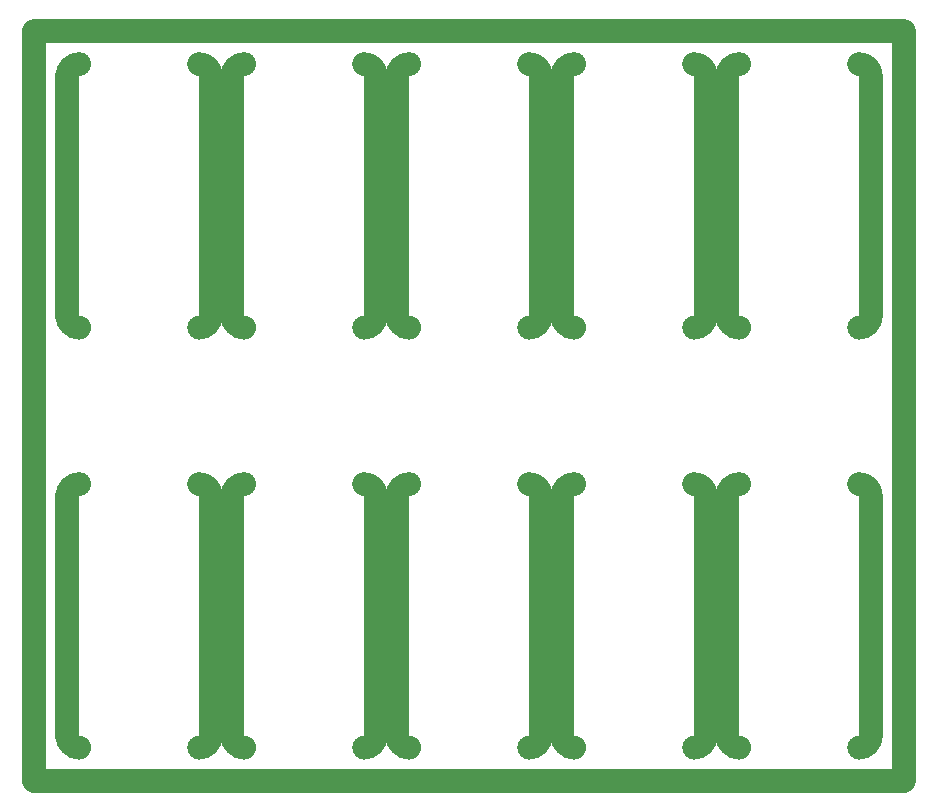
<source format=gbr>
%TF.GenerationSoftware,Altium Limited,Altium Designer,21.6.4 (81)*%
G04 Layer_Color=8388736*
%FSLAX26Y26*%
%MOIN*%
%TF.SameCoordinates,5FA90F47-3B47-4036-B415-51D33840892C*%
%TF.FilePolarity,Positive*%
%TF.FileFunction,Other,Route_Tool_Path*%
%TF.Part,CustomerPanel*%
G01*
G75*
%TA.AperFunction,NonConductor*%
%ADD26C,0.078740*%
%ADD27C,0.078740*%
D26*
X1110629Y1125000D02*
G03*
X1150000Y1085629I39371J0D01*
G01*
X1110629Y1125000D02*
G03*
X1150000Y1085629I39371J0D01*
G01*
X1110629Y1125000D02*
Y1925000D01*
X1150000Y1964371D02*
G03*
X1110629Y1925000I0J-39371D01*
G01*
X1150000Y1964371D02*
G03*
X1110629Y1925000I0J-39371D01*
G01*
X1589371D02*
G03*
X1550000Y1964371I-39371J0D01*
G01*
X1589371Y1925000D02*
G03*
X1550000Y1964371I-39371J0D01*
G01*
X1589371Y1925000D02*
Y1125000D01*
X1550000Y1085629D02*
G03*
X1589371Y1125000I0J39371D01*
G01*
X1550000Y1085629D02*
G03*
X1589371Y1125000I0J39371D01*
G01*
X1660629D02*
G03*
X1700000Y1085629I39371J0D01*
G01*
X1660629Y1125000D02*
G03*
X1700000Y1085629I39371J0D01*
G01*
X1660629Y1125000D02*
Y1925000D01*
X1700000Y1964371D02*
G03*
X1660629Y1925000I0J-39371D01*
G01*
X1700000Y1964371D02*
G03*
X1660629Y1925000I0J-39371D01*
G01*
X2139371D02*
G03*
X2100000Y1964371I-39371J0D01*
G01*
X2139371Y1925000D02*
G03*
X2100000Y1964371I-39371J0D01*
G01*
X2139371Y1925000D02*
Y1125000D01*
X2100000Y1085629D02*
G03*
X2139371Y1125000I0J39371D01*
G01*
X2100000Y1085629D02*
G03*
X2139371Y1125000I0J39371D01*
G01*
X2210629D02*
G03*
X2250000Y1085629I39371J0D01*
G01*
X2210629Y1125000D02*
G03*
X2250000Y1085629I39371J0D01*
G01*
X2210629Y1125000D02*
Y1925000D01*
X2250000Y1964371D02*
G03*
X2210629Y1925000I0J-39371D01*
G01*
X2250000Y1964371D02*
G03*
X2210629Y1925000I0J-39371D01*
G01*
X2689371D02*
G03*
X2650000Y1964371I-39371J0D01*
G01*
X2689371Y1925000D02*
G03*
X2650000Y1964371I-39371J0D01*
G01*
X2689371Y1925000D02*
Y1125000D01*
X2650000Y1085629D02*
G03*
X2689371Y1125000I0J39371D01*
G01*
X2650000Y1085629D02*
G03*
X2689371Y1125000I0J39371D01*
G01*
X2760629D02*
G03*
X2800000Y1085629I39371J0D01*
G01*
X2760629Y1125000D02*
G03*
X2800000Y1085629I39371J0D01*
G01*
X2760629Y1125000D02*
Y1925000D01*
X2800000Y1964371D02*
G03*
X2760629Y1925000I0J-39371D01*
G01*
X2800000Y1964371D02*
G03*
X2760629Y1925000I0J-39371D01*
G01*
X3239371D02*
G03*
X3200000Y1964371I-39371J0D01*
G01*
X3239371Y1925000D02*
G03*
X3200000Y1964371I-39371J0D01*
G01*
X3239371Y1925000D02*
Y1125000D01*
X3200000Y1085629D02*
G03*
X3239371Y1125000I0J39371D01*
G01*
X3200000Y1085629D02*
G03*
X3239371Y1125000I0J39371D01*
G01*
X3310629D02*
G03*
X3350000Y1085629I39371J0D01*
G01*
X3310629Y1125000D02*
G03*
X3350000Y1085629I39371J0D01*
G01*
X3310629Y1125000D02*
Y1925000D01*
X3350000Y1964371D02*
G03*
X3310629Y1925000I0J-39371D01*
G01*
X3350000Y1964371D02*
G03*
X3310629Y1925000I0J-39371D01*
G01*
X3789371D02*
G03*
X3750000Y1964371I-39371J0D01*
G01*
X3789371Y1925000D02*
G03*
X3750000Y1964371I-39371J0D01*
G01*
X3789371Y1925000D02*
Y1125000D01*
X3750000Y1085629D02*
G03*
X3789371Y1125000I0J39371D01*
G01*
X3750000Y1085629D02*
G03*
X3789371Y1125000I0J39371D01*
G01*
X3750000Y2485629D02*
G03*
X3789371Y2525000I0J39371D01*
G01*
Y3325000D01*
D02*
G03*
X3750000Y3364371I-39371J0D01*
G01*
X3789371Y3325000D02*
G03*
X3750000Y3364371I-39371J0D01*
G01*
X3350000D02*
G03*
X3310629Y3325000I0J-39371D01*
G01*
X3350000Y3364371D02*
G03*
X3310629Y3325000I0J-39371D01*
G01*
Y2525000D01*
D02*
G03*
X3350000Y2485629I39371J0D01*
G01*
X3310629Y2525000D02*
G03*
X3350000Y2485629I39371J0D01*
G01*
X3239371Y2525000D02*
Y3325000D01*
D02*
G03*
X3200000Y3364371I-39371J0D01*
G01*
X3239371Y3325000D02*
G03*
X3200000Y3364371I-39371J0D01*
G01*
X2800000D02*
G03*
X2760629Y3325000I0J-39371D01*
G01*
X2800000Y3364371D02*
G03*
X2760629Y3325000I0J-39371D01*
G01*
Y2525000D01*
D02*
G03*
X2800000Y2485629I39371J0D01*
G01*
X2760629Y2525000D02*
G03*
X2800000Y2485629I39371J0D01*
G01*
X2689371Y2525000D02*
Y3325000D01*
D02*
G03*
X2650000Y3364371I-39371J0D01*
G01*
X2689371Y3325000D02*
G03*
X2650000Y3364371I-39371J0D01*
G01*
X2250000D02*
G03*
X2210629Y3325000I0J-39371D01*
G01*
X2250000Y3364371D02*
G03*
X2210629Y3325000I0J-39371D01*
G01*
Y2525000D01*
D02*
G03*
X2250000Y2485629I39371J0D01*
G01*
X2210629Y2525000D02*
G03*
X2250000Y2485629I39371J0D01*
G01*
X2139371Y2525000D02*
Y3325000D01*
D02*
G03*
X2100000Y3364371I-39371J0D01*
G01*
X2139371Y3325000D02*
G03*
X2100000Y3364371I-39371J0D01*
G01*
X1700000D02*
G03*
X1660629Y3325000I0J-39371D01*
G01*
X1700000Y3364371D02*
G03*
X1660629Y3325000I0J-39371D01*
G01*
Y2525000D01*
D02*
G03*
X1700000Y2485629I39371J0D01*
G01*
X1660629Y2525000D02*
G03*
X1700000Y2485629I39371J0D01*
G01*
X1589371Y2525000D02*
Y3325000D01*
D02*
G03*
X1550000Y3364371I-39371J0D01*
G01*
X1589371Y3325000D02*
G03*
X1550000Y3364371I-39371J0D01*
G01*
X1150000D02*
G03*
X1110629Y3325000I0J-39371D01*
G01*
X1150000Y3364371D02*
G03*
X1110629Y3325000I0J-39371D01*
G01*
Y2525000D01*
D02*
G03*
X1150000Y2485629I39371J0D01*
G01*
X1110629Y2525000D02*
G03*
X1150000Y2485629I39371J0D01*
G01*
X1550000D02*
G03*
X1589371Y2525000I0J39371D01*
G01*
X1550000Y2485629D02*
G03*
X1589371Y2525000I0J39371D01*
G01*
X2100000Y2485629D02*
G03*
X2139371Y2525000I0J39371D01*
G01*
X2100000Y2485629D02*
G03*
X2139371Y2525000I0J39371D01*
G01*
X2650000Y2485629D02*
G03*
X2689371Y2525000I0J39371D01*
G01*
X2650000Y2485629D02*
G03*
X2689371Y2525000I0J39371D01*
G01*
X3200000Y2485629D02*
G03*
X3239371Y2525000I0J39371D01*
G01*
X3200000Y2485629D02*
G03*
X3239371Y2525000I0J39371D01*
G01*
X3750000Y2485629D02*
G03*
X3789371Y2525000I0J39371D01*
G01*
D27*
X1000000Y975000D02*
Y3475000D01*
X3900000D01*
Y975000D01*
X1000000D01*
%TF.MD5,059f452119a87fd6aa49f38138c2c3db*%
M02*

</source>
